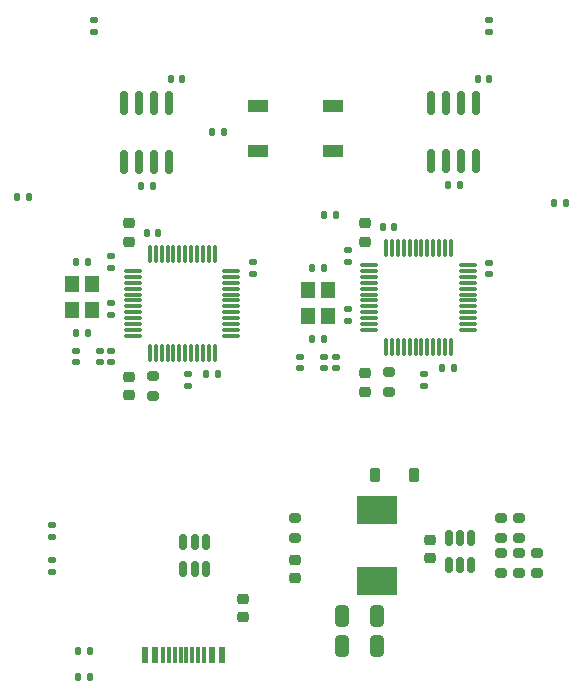
<source format=gbr>
%TF.GenerationSoftware,KiCad,Pcbnew,8.0.6*%
%TF.CreationDate,2024-12-26T00:35:44-06:00*%
%TF.ProjectId,KiCAD_MCPtest,4b694341-445f-44d4-9350-746573742e6b,rev?*%
%TF.SameCoordinates,Original*%
%TF.FileFunction,Paste,Top*%
%TF.FilePolarity,Positive*%
%FSLAX46Y46*%
G04 Gerber Fmt 4.6, Leading zero omitted, Abs format (unit mm)*
G04 Created by KiCad (PCBNEW 8.0.6) date 2024-12-26 00:35:44*
%MOMM*%
%LPD*%
G01*
G04 APERTURE LIST*
G04 Aperture macros list*
%AMRoundRect*
0 Rectangle with rounded corners*
0 $1 Rounding radius*
0 $2 $3 $4 $5 $6 $7 $8 $9 X,Y pos of 4 corners*
0 Add a 4 corners polygon primitive as box body*
4,1,4,$2,$3,$4,$5,$6,$7,$8,$9,$2,$3,0*
0 Add four circle primitives for the rounded corners*
1,1,$1+$1,$2,$3*
1,1,$1+$1,$4,$5*
1,1,$1+$1,$6,$7*
1,1,$1+$1,$8,$9*
0 Add four rect primitives between the rounded corners*
20,1,$1+$1,$2,$3,$4,$5,0*
20,1,$1+$1,$4,$5,$6,$7,0*
20,1,$1+$1,$6,$7,$8,$9,0*
20,1,$1+$1,$8,$9,$2,$3,0*%
G04 Aperture macros list end*
%ADD10RoundRect,0.135000X0.185000X-0.135000X0.185000X0.135000X-0.185000X0.135000X-0.185000X-0.135000X0*%
%ADD11RoundRect,0.225000X0.250000X-0.225000X0.250000X0.225000X-0.250000X0.225000X-0.250000X-0.225000X0*%
%ADD12RoundRect,0.140000X0.140000X0.170000X-0.140000X0.170000X-0.140000X-0.170000X0.140000X-0.170000X0*%
%ADD13RoundRect,0.225000X-0.250000X0.225000X-0.250000X-0.225000X0.250000X-0.225000X0.250000X0.225000X0*%
%ADD14R,1.200000X1.400000*%
%ADD15RoundRect,0.135000X-0.185000X0.135000X-0.185000X-0.135000X0.185000X-0.135000X0.185000X0.135000X0*%
%ADD16RoundRect,0.218750X0.256250X-0.218750X0.256250X0.218750X-0.256250X0.218750X-0.256250X-0.218750X0*%
%ADD17RoundRect,0.140000X-0.140000X-0.170000X0.140000X-0.170000X0.140000X0.170000X-0.140000X0.170000X0*%
%ADD18RoundRect,0.200000X-0.275000X0.200000X-0.275000X-0.200000X0.275000X-0.200000X0.275000X0.200000X0*%
%ADD19RoundRect,0.140000X-0.170000X0.140000X-0.170000X-0.140000X0.170000X-0.140000X0.170000X0.140000X0*%
%ADD20RoundRect,0.250000X-0.325000X-0.650000X0.325000X-0.650000X0.325000X0.650000X-0.325000X0.650000X0*%
%ADD21RoundRect,0.150000X0.150000X-0.825000X0.150000X0.825000X-0.150000X0.825000X-0.150000X-0.825000X0*%
%ADD22RoundRect,0.140000X0.170000X-0.140000X0.170000X0.140000X-0.170000X0.140000X-0.170000X-0.140000X0*%
%ADD23RoundRect,0.135000X-0.135000X-0.185000X0.135000X-0.185000X0.135000X0.185000X-0.135000X0.185000X0*%
%ADD24RoundRect,0.147500X0.172500X-0.147500X0.172500X0.147500X-0.172500X0.147500X-0.172500X-0.147500X0*%
%ADD25RoundRect,0.135000X0.135000X0.185000X-0.135000X0.185000X-0.135000X-0.185000X0.135000X-0.185000X0*%
%ADD26RoundRect,0.200000X0.275000X-0.200000X0.275000X0.200000X-0.275000X0.200000X-0.275000X-0.200000X0*%
%ADD27R,3.500000X2.350000*%
%ADD28RoundRect,0.225000X-0.225000X-0.375000X0.225000X-0.375000X0.225000X0.375000X-0.225000X0.375000X0*%
%ADD29RoundRect,0.218750X-0.256250X0.218750X-0.256250X-0.218750X0.256250X-0.218750X0.256250X0.218750X0*%
%ADD30R,0.600000X1.450000*%
%ADD31R,0.300000X1.450000*%
%ADD32RoundRect,0.150000X0.150000X-0.512500X0.150000X0.512500X-0.150000X0.512500X-0.150000X-0.512500X0*%
%ADD33R,1.700000X1.000000*%
%ADD34RoundRect,0.075000X-0.662500X-0.075000X0.662500X-0.075000X0.662500X0.075000X-0.662500X0.075000X0*%
%ADD35RoundRect,0.075000X-0.075000X-0.662500X0.075000X-0.662500X0.075000X0.662500X-0.075000X0.662500X0*%
G04 APERTURE END LIST*
D10*
%TO.C,R16*%
X141000000Y-78000000D03*
X141000000Y-76980000D03*
%TD*%
D11*
%TO.C,C14*%
X136000000Y-65775000D03*
X136000000Y-64225000D03*
%TD*%
D12*
%TO.C,C27*%
X143980000Y-61000000D03*
X143020000Y-61000000D03*
%TD*%
D13*
%TO.C,C13*%
X141500000Y-91000000D03*
X141500000Y-92550000D03*
%TD*%
D14*
%TO.C,Y1*%
X111150000Y-69400000D03*
X111150000Y-71600000D03*
X112850000Y-71600000D03*
X112850000Y-69400000D03*
%TD*%
D15*
%TO.C,R11*%
X146500000Y-46980000D03*
X146500000Y-48000000D03*
%TD*%
D16*
%TO.C,F1*%
X125600000Y-97587500D03*
X125600000Y-96012500D03*
%TD*%
D14*
%TO.C,Y2*%
X131150000Y-69900000D03*
X131150000Y-72100000D03*
X132850000Y-72100000D03*
X132850000Y-69900000D03*
%TD*%
D17*
%TO.C,C19*%
X106520000Y-62000000D03*
X107480000Y-62000000D03*
%TD*%
D12*
%TO.C,C17*%
X143480000Y-76500000D03*
X142520000Y-76500000D03*
%TD*%
%TO.C,C23*%
X132480000Y-74000000D03*
X131520000Y-74000000D03*
%TD*%
D18*
%TO.C,R14*%
X150500000Y-92175000D03*
X150500000Y-93825000D03*
%TD*%
D19*
%TO.C,C20*%
X132500000Y-75540000D03*
X132500000Y-76500000D03*
%TD*%
D17*
%TO.C,C8*%
X111520000Y-67500000D03*
X112480000Y-67500000D03*
%TD*%
D20*
%TO.C,C12*%
X134050000Y-100000000D03*
X137000000Y-100000000D03*
%TD*%
D21*
%TO.C,U4*%
X141595000Y-58975000D03*
X142865000Y-58975000D03*
X144135000Y-58975000D03*
X145405000Y-58975000D03*
X145405000Y-54025000D03*
X144135000Y-54025000D03*
X142865000Y-54025000D03*
X141595000Y-54025000D03*
%TD*%
D22*
%TO.C,C2*%
X114500000Y-67980000D03*
X114500000Y-67020000D03*
%TD*%
D15*
%TO.C,R19*%
X134500000Y-71490000D03*
X134500000Y-72510000D03*
%TD*%
%TO.C,R8*%
X109500000Y-92750000D03*
X109500000Y-93770000D03*
%TD*%
D11*
%TO.C,C1*%
X116000000Y-65775000D03*
X116000000Y-64225000D03*
%TD*%
D15*
%TO.C,R1*%
X121000000Y-76990000D03*
X121000000Y-78010000D03*
%TD*%
D23*
%TO.C,R22*%
X122990000Y-56500000D03*
X124010000Y-56500000D03*
%TD*%
D24*
%TO.C,L3*%
X130500000Y-76500000D03*
X130500000Y-75530000D03*
%TD*%
D15*
%TO.C,R4*%
X109500000Y-89750000D03*
X109500000Y-90770000D03*
%TD*%
D25*
%TO.C,R20*%
X112700000Y-100400000D03*
X111680000Y-100400000D03*
%TD*%
D26*
%TO.C,R13*%
X149000000Y-93825000D03*
X149000000Y-92175000D03*
%TD*%
D12*
%TO.C,C26*%
X146480000Y-52000000D03*
X145520000Y-52000000D03*
%TD*%
D23*
%TO.C,R17*%
X132490000Y-63500000D03*
X133510000Y-63500000D03*
%TD*%
D18*
%TO.C,R12*%
X147500000Y-92175000D03*
X147500000Y-93825000D03*
%TD*%
D16*
%TO.C,D1*%
X116000000Y-78787500D03*
X116000000Y-77212500D03*
%TD*%
D24*
%TO.C,L1*%
X111500000Y-75985000D03*
X111500000Y-75015000D03*
%TD*%
D22*
%TO.C,C18*%
X134500000Y-67480000D03*
X134500000Y-66520000D03*
%TD*%
D18*
%TO.C,R18*%
X138000000Y-76850000D03*
X138000000Y-78500000D03*
%TD*%
D27*
%TO.C,L2*%
X137000000Y-88475000D03*
X137000000Y-94525000D03*
%TD*%
D17*
%TO.C,C15*%
X137500000Y-64500000D03*
X138460000Y-64500000D03*
%TD*%
D15*
%TO.C,R9*%
X114500000Y-70990000D03*
X114500000Y-72010000D03*
%TD*%
D19*
%TO.C,C9*%
X114500000Y-75020000D03*
X114500000Y-75980000D03*
%TD*%
D28*
%TO.C,D2*%
X136850000Y-85500000D03*
X140150000Y-85500000D03*
%TD*%
D18*
%TO.C,R7*%
X118000000Y-77175000D03*
X118000000Y-78825000D03*
%TD*%
D29*
%TO.C,D3*%
X130000000Y-92712500D03*
X130000000Y-94287500D03*
%TD*%
D30*
%TO.C,J7*%
X117350000Y-100755000D03*
X118150000Y-100755000D03*
D31*
X119350000Y-100755000D03*
X120350000Y-100755000D03*
X120850000Y-100755000D03*
X121850000Y-100755000D03*
D30*
X123050000Y-100755000D03*
X123850000Y-100755000D03*
X123850000Y-100755000D03*
X123050000Y-100755000D03*
D31*
X122350000Y-100755000D03*
X121350000Y-100755000D03*
X119850000Y-100755000D03*
X118850000Y-100755000D03*
D30*
X118150000Y-100755000D03*
X117350000Y-100755000D03*
%TD*%
D12*
%TO.C,C6*%
X152960000Y-62500000D03*
X152000000Y-62500000D03*
%TD*%
D32*
%TO.C,U3*%
X143050000Y-93137500D03*
X144000000Y-93137500D03*
X144950000Y-93137500D03*
X144950000Y-90862500D03*
X144000000Y-90862500D03*
X143050000Y-90862500D03*
%TD*%
D26*
%TO.C,R6*%
X149000000Y-90825000D03*
X149000000Y-89175000D03*
%TD*%
D33*
%TO.C,SW1*%
X126950000Y-54300000D03*
X133250000Y-54300000D03*
X126950000Y-58100000D03*
X133250000Y-58100000D03*
%TD*%
D18*
%TO.C,R15*%
X130000000Y-89175000D03*
X130000000Y-90825000D03*
%TD*%
D17*
%TO.C,C3*%
X117520000Y-65000000D03*
X118480000Y-65000000D03*
%TD*%
%TO.C,C24*%
X119520000Y-52025000D03*
X120480000Y-52025000D03*
%TD*%
D34*
%TO.C,U5*%
X136337500Y-67750000D03*
X136337500Y-68250000D03*
X136337500Y-68750000D03*
X136337500Y-69250000D03*
X136337500Y-69750000D03*
X136337500Y-70250000D03*
X136337500Y-70750000D03*
X136337500Y-71250000D03*
X136337500Y-71750000D03*
X136337500Y-72250000D03*
X136337500Y-72750000D03*
X136337500Y-73250000D03*
D35*
X137750000Y-74662500D03*
X138250000Y-74662500D03*
X138750000Y-74662500D03*
X139250000Y-74662500D03*
X139750000Y-74662500D03*
X140250000Y-74662500D03*
X140750000Y-74662500D03*
X141250000Y-74662500D03*
X141750000Y-74662500D03*
X142250000Y-74662500D03*
X142750000Y-74662500D03*
X143250000Y-74662500D03*
D34*
X144662500Y-73250000D03*
X144662500Y-72750000D03*
X144662500Y-72250000D03*
X144662500Y-71750000D03*
X144662500Y-71250000D03*
X144662500Y-70750000D03*
X144662500Y-70250000D03*
X144662500Y-69750000D03*
X144662500Y-69250000D03*
X144662500Y-68750000D03*
X144662500Y-68250000D03*
X144662500Y-67750000D03*
D35*
X143250000Y-66337500D03*
X142750000Y-66337500D03*
X142250000Y-66337500D03*
X141750000Y-66337500D03*
X141250000Y-66337500D03*
X140750000Y-66337500D03*
X140250000Y-66337500D03*
X139750000Y-66337500D03*
X139250000Y-66337500D03*
X138750000Y-66337500D03*
X138250000Y-66337500D03*
X137750000Y-66337500D03*
%TD*%
D18*
%TO.C,R5*%
X147500000Y-89175000D03*
X147500000Y-90825000D03*
%TD*%
D21*
%TO.C,U2*%
X115595000Y-59000000D03*
X116865000Y-59000000D03*
X118135000Y-59000000D03*
X119405000Y-59000000D03*
X119405000Y-54050000D03*
X118135000Y-54050000D03*
X116865000Y-54050000D03*
X115595000Y-54050000D03*
%TD*%
D17*
%TO.C,C25*%
X117020000Y-61025000D03*
X117980000Y-61025000D03*
%TD*%
D20*
%TO.C,C11*%
X134025000Y-97500000D03*
X136975000Y-97500000D03*
%TD*%
D17*
%TO.C,C21*%
X131520000Y-68000000D03*
X132480000Y-68000000D03*
%TD*%
D19*
%TO.C,C7*%
X113500000Y-75020000D03*
X113500000Y-75980000D03*
%TD*%
D34*
%TO.C,U1*%
X116337500Y-68250000D03*
X116337500Y-68750000D03*
X116337500Y-69250000D03*
X116337500Y-69750000D03*
X116337500Y-70250000D03*
X116337500Y-70750000D03*
X116337500Y-71250000D03*
X116337500Y-71750000D03*
X116337500Y-72250000D03*
X116337500Y-72750000D03*
X116337500Y-73250000D03*
X116337500Y-73750000D03*
D35*
X117750000Y-75162500D03*
X118250000Y-75162500D03*
X118750000Y-75162500D03*
X119250000Y-75162500D03*
X119750000Y-75162500D03*
X120250000Y-75162500D03*
X120750000Y-75162500D03*
X121250000Y-75162500D03*
X121750000Y-75162500D03*
X122250000Y-75162500D03*
X122750000Y-75162500D03*
X123250000Y-75162500D03*
D34*
X124662500Y-73750000D03*
X124662500Y-73250000D03*
X124662500Y-72750000D03*
X124662500Y-72250000D03*
X124662500Y-71750000D03*
X124662500Y-71250000D03*
X124662500Y-70750000D03*
X124662500Y-70250000D03*
X124662500Y-69750000D03*
X124662500Y-69250000D03*
X124662500Y-68750000D03*
X124662500Y-68250000D03*
D35*
X123250000Y-66837500D03*
X122750000Y-66837500D03*
X122250000Y-66837500D03*
X121750000Y-66837500D03*
X121250000Y-66837500D03*
X120750000Y-66837500D03*
X120250000Y-66837500D03*
X119750000Y-66837500D03*
X119250000Y-66837500D03*
X118750000Y-66837500D03*
X118250000Y-66837500D03*
X117750000Y-66837500D03*
%TD*%
D19*
%TO.C,C22*%
X133500000Y-75520000D03*
X133500000Y-76480000D03*
%TD*%
D25*
%TO.C,R21*%
X112710000Y-102600000D03*
X111690000Y-102600000D03*
%TD*%
D19*
%TO.C,C4*%
X126500000Y-67520000D03*
X126500000Y-68480000D03*
%TD*%
D12*
%TO.C,C5*%
X123480000Y-77000000D03*
X122520000Y-77000000D03*
%TD*%
D16*
%TO.C,D4*%
X136000000Y-78462500D03*
X136000000Y-76887500D03*
%TD*%
D32*
%TO.C,U6*%
X120600000Y-93500000D03*
X121550000Y-93500000D03*
X122500000Y-93500000D03*
X122500000Y-91225000D03*
X121550000Y-91225000D03*
X120600000Y-91225000D03*
%TD*%
D15*
%TO.C,R3*%
X113000000Y-46990000D03*
X113000000Y-48010000D03*
%TD*%
D12*
%TO.C,C10*%
X112480000Y-73500000D03*
X111520000Y-73500000D03*
%TD*%
D19*
%TO.C,C16*%
X146500000Y-67540000D03*
X146500000Y-68500000D03*
%TD*%
M02*

</source>
